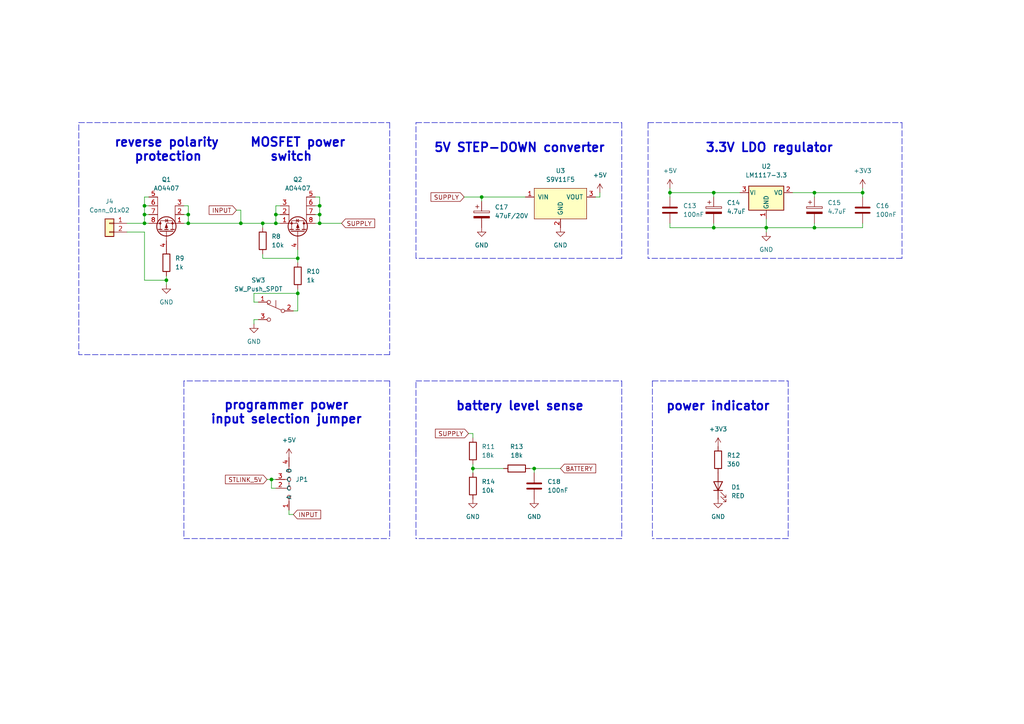
<source format=kicad_sch>
(kicad_sch (version 20211123) (generator eeschema)
  (paper "A4")
  (lib_symbols
    (symbol "Connector_Generic:Conn_01x02" (pin_names (offset 1.016) hide)
      (property "Reference" "J" (at 0 2.54 0))
      (property "Value" "Conn_01x02" (at 0 -5.08 0))
      (symbol "Conn_01x02_1_1"
        (rectangle (start -1.27 -2.413) (end 0 -2.667) (stroke (width 0.1524)))
        (rectangle (start -1.27 0.127) (end 0 -0.127) (stroke (width 0.1524)))
        (rectangle (start -1.27 1.27) (end 1.27 -3.81) (stroke (width 0.254)) (fill (type background)))
        (pin passive line (at -5.08 0 0) (length 3.81) (name "Pin_1") (number "1"))
        (pin passive line (at -5.08 -2.54 0) (length 3.81) (name "Pin_2") (number "2"))
      )
    )
    (symbol "Device:C" (pin_numbers hide) (pin_names (offset 0.254))
      (property "Reference" "C" (at 0.635 2.54 0))
      (property "Value" "C" (at 0.635 -2.54 0))
      (symbol "C_0_1"
        (polyline (pts (xy -2.032 -0.762) (xy 2.032 -0.762)) (stroke (width 0.508)))
        (polyline (pts (xy -2.032 0.762) (xy 2.032 0.762)) (stroke (width 0.508)))
      )
      (symbol "C_1_1"
        (pin passive line (at 0 3.81 270) (length 2.794) (name "~") (number "1"))
        (pin passive line (at 0 -3.81 90) (length 2.794) (name "~") (number "2"))
      )
    )
    (symbol "Device:C_Polarized" (pin_numbers hide) (pin_names (offset 0.254))
      (property "Reference" "C" (at 0.635 2.54 0))
      (property "Value" "C_Polarized" (at 0.635 -2.54 0))
      (symbol "C_Polarized_0_1"
        (rectangle (start -2.286 0.508) (end 2.286 1.016))
        (polyline (pts (xy -1.778 2.286) (xy -0.762 2.286)))
        (polyline (pts (xy -1.27 2.794) (xy -1.27 1.778)))
        (rectangle (start 2.286 -0.508) (end -2.286 -1.016) (fill (type outline)))
      )
      (symbol "C_Polarized_1_1"
        (pin passive line (at 0 3.81 270) (length 2.794) (name "~") (number "1"))
        (pin passive line (at 0 -3.81 90) (length 2.794) (name "~") (number "2"))
      )
    )
    (symbol "Device:LED" (pin_numbers hide) (pin_names (offset 1.016) hide)
      (property "Reference" "D" (at 0 2.54 0))
      (property "Value" "LED" (at 0 -2.54 0))
      (symbol "LED_0_1"
        (polyline (pts (xy -1.27 -1.27) (xy -1.27 1.27)) (stroke (width 0.254)))
        (polyline (pts (xy -1.27 0) (xy 1.27 0)))
        (polyline (pts (xy 1.27 -1.27) (xy 1.27 1.27) (xy -1.27 0) (xy 1.27 -1.27)) (stroke (width 0.254)))
        (polyline (pts (xy -3.048 -0.762) (xy -4.572 -2.286) (xy -3.81 -2.286) (xy -4.572 -2.286) (xy -4.572 -1.524)))
        (polyline (pts (xy -1.778 -0.762) (xy -3.302 -2.286) (xy -2.54 -2.286) (xy -3.302 -2.286) (xy -3.302 -1.524)))
      )
      (symbol "LED_1_1"
        (pin passive line (at -3.81 0 0) (length 2.54) (name "K") (number "1"))
        (pin passive line (at 3.81 0 180) (length 2.54) (name "A") (number "2"))
      )
    )
    (symbol "Device:R" (pin_numbers hide) (pin_names (offset 0))
      (property "Reference" "R" (at 2.032 0 90))
      (property "Value" "R" (at 0 0 90))
      (symbol "R_0_1"
        (rectangle (start -1.016 -2.54) (end 1.016 2.54) (stroke (width 0.254)))
      )
      (symbol "R_1_1"
        (pin passive line (at 0 3.81 270) (length 1.27) (name "~") (number "1"))
        (pin passive line (at 0 -3.81 90) (length 1.27) (name "~") (number "2"))
      )
    )
    (symbol "Regulator_Linear:LM1117-3.3" (pin_names (offset 0.254))
      (property "Reference" "U" (at -3.81 3.175 0))
      (property "Value" "LM1117-3.3" (at 0 3.175 0))
      (symbol "LM1117-3.3_0_1"
        (rectangle (start -5.08 -5.08) (end 5.08 1.905) (stroke (width 0.254)) (fill (type background)))
      )
      (symbol "LM1117-3.3_1_1"
        (pin power_in line (at 0 -7.62 90) (length 2.54) (name "GND") (number "1"))
        (pin power_out line (at 7.62 0 180) (length 2.54) (name "VO") (number "2"))
        (pin power_in line (at -7.62 0 0) (length 2.54) (name "VI") (number "3"))
      )
    )
    (symbol "Sneak100:AO4407" (pin_names (offset 1.016))
      (property "Reference" "Q" (at 12.7 6.35 0))
      (property "Value" "AO4407" (at 12.7 3.81 0))
      (symbol "AO4407_0_1"
        (polyline (pts (xy 0 -2.54) (xy 5.08 -2.54)))
        (polyline (pts (xy 0 2.54) (xy 7.62 2.54)))
      )
      (symbol "AO4407_1_1"
        (circle (center -0.889 0) (radius 2.794) (stroke (width 0.254)))
        (circle (center 0 -1.778) (radius 0.254) (fill (type outline)))
        (polyline (pts (xy -2.286 0) (xy -5.08 0)))
        (polyline (pts (xy -2.286 1.905) (xy -2.286 -1.905)) (stroke (width 0.254)))
        (polyline (pts (xy -1.778 -1.27) (xy -1.778 -2.286)) (stroke (width 0.254)))
        (polyline (pts (xy -1.778 0.508) (xy -1.778 -0.508)) (stroke (width 0.254)))
        (polyline (pts (xy -1.778 2.286) (xy -1.778 1.27)) (stroke (width 0.254)))
        (polyline (pts (xy 0 2.54) (xy 0 1.778)))
        (polyline (pts (xy 0 -2.54) (xy 0 0) (xy -1.778 0)))
        (polyline (pts (xy -1.778 1.778) (xy 0.762 1.778) (xy 0.762 -1.778) (xy -1.778 -1.778)))
        (polyline (pts (xy -0.254 0) (xy -1.27 0.381) (xy -1.27 -0.381) (xy -0.254 0)) (fill (type outline)))
        (polyline (pts (xy 0.254 -0.508) (xy 0.381 -0.381) (xy 1.143 -0.381) (xy 1.27 -0.254)))
        (polyline (pts (xy 0.762 -0.381) (xy 0.381 0.254) (xy 1.143 0.254) (xy 0.762 -0.381)))
        (circle (center 0 1.778) (radius 0.254) (fill (type outline)))
        (pin passive line (at 0 -5.08 90) (length 2.54) (name "~") (number "1"))
        (pin passive line (at 2.54 -5.08 90) (length 2.54) (name "~") (number "2"))
        (pin passive line (at 5.08 -5.08 90) (length 2.54) (name "~") (number "3"))
        (pin passive line (at -7.62 0 0) (length 2.54) (name "~") (number "4"))
        (pin passive line (at 7.62 5.08 270) (length 2.54) (name "~") (number "5"))
        (pin passive line (at 5.08 5.08 270) (length 2.54) (name "~") (number "6"))
        (pin passive line (at 2.54 5.08 270) (length 2.54) (name "~") (number "7"))
        (pin passive line (at 0 5.08 270) (length 2.54) (name "~") (number "8"))
      )
    )
    (symbol "Sneak100:S9V11F5" (pin_names (offset 1.016))
      (property "Reference" "U" (at 0 11.43 0))
      (property "Value" "S9V11F5" (at 0 8.89 0))
      (symbol "S9V11F5_0_1"
        (rectangle (start 7.62 -3.81) (end -7.62 5.08) (fill (type background)))
      )
      (symbol "S9V11F5_1_1"
        (pin power_in line (at -10.16 2.54 0) (length 2.54) (name "VIN") (number "1"))
        (pin power_in line (at 0 -6.35 90) (length 2.54) (name "GND") (number "2"))
        (pin power_out line (at 10.16 2.54 180) (length 2.54) (name "VOUT") (number "3"))
      )
    )
    (symbol "Sneak100:jumper_4"
      (property "Reference" "JP" (at 0 6.35 0))
      (property "Value" "jumper_4" (at 0 3.81 0))
      (symbol "jumper_4_0_0"
        (circle (center -3.81 0) (radius 0.508))
        (circle (center -1.27 0) (radius 0.508))
        (circle (center 1.27 0) (radius 0.508))
        (circle (center 3.81 0) (radius 0.508))
      )
      (symbol "jumper_4_0_1"
        (polyline (pts (xy -5.08 0) (xy -4.318 0)))
        (polyline (pts (xy -1.27 -1.27) (xy -1.27 -0.508)))
        (polyline (pts (xy 0 0) (xy -0.762 0)))
        (polyline (pts (xy 0 0) (xy 0.762 0)))
        (polyline (pts (xy 1.27 -1.27) (xy 1.27 -0.508)))
        (polyline (pts (xy 5.08 0) (xy 4.318 0)))
      )
      (symbol "jumper_4_1_1"
        (pin passive line (at -7.62 0 0) (length 2.54) (name "A") (number "1"))
        (pin passive line (at -1.27 -3.81 90) (length 2.54) (name "C") (number "2"))
        (pin passive line (at 1.27 -3.81 90) (length 2.54) (name "C") (number "3"))
        (pin passive line (at 7.62 0 180) (length 2.54) (name "B") (number "4"))
      )
    )
    (symbol "Switch:SW_Push_SPDT" (pin_names (offset 0) hide)
      (property "Reference" "SW" (at 0 4.318 0))
      (property "Value" "SW_Push_SPDT" (at 0 -5.08 0))
      (symbol "SW_Push_SPDT_0_0"
        (circle (center -2.032 0) (radius 0.508))
        (polyline (pts (xy 0 1.016) (xy 0 3.048)))
        (circle (center 2.032 -2.54) (radius 0.508))
      )
      (symbol "SW_Push_SPDT_0_1"
        (polyline (pts (xy -1.524 0.254) (xy 2.54 2.032)))
        (circle (center 2.032 2.54) (radius 0.508))
      )
      (symbol "SW_Push_SPDT_1_1"
        (pin passive line (at 5.08 2.54 180) (length 2.54) (name "A") (number "1"))
        (pin passive line (at -5.08 0 0) (length 2.54) (name "B") (number "2"))
        (pin passive line (at 5.08 -2.54 180) (length 2.54) (name "C") (number "3"))
      )
    )
    (symbol "power:+3.3V" (power) (pin_names (offset 0))
      (property "Value" "+3.3V" (at 0 3.556 0))
      (symbol "+3.3V_0_1"
        (polyline (pts (xy -0.762 1.27) (xy 0 2.54)))
        (polyline (pts (xy 0 0) (xy 0 2.54)))
        (polyline (pts (xy 0 2.54) (xy 0.762 1.27)))
      )
      (symbol "+3.3V_1_1"
        (pin power_in line (at 0 0 90) (length 0) hide (name "+3V3") (number "1"))
      )
    )
    (symbol "power:+5V" (power) (pin_names (offset 0))
      (property "Value" "+5V" (at 0 3.556 0))
      (symbol "+5V_0_1"
        (polyline (pts (xy -0.762 1.27) (xy 0 2.54)))
        (polyline (pts (xy 0 0) (xy 0 2.54)))
        (polyline (pts (xy 0 2.54) (xy 0.762 1.27)))
      )
      (symbol "+5V_1_1"
        (pin power_in line (at 0 0 90) (length 0) hide (name "+5V") (number "1"))
      )
    )
    (symbol "power:GND" (power) (pin_names (offset 0))
      (property "Value" "GND" (at 0 -3.81 0))
      (symbol "GND_0_1"
        (polyline (pts (xy 0 0) (xy 0 -1.27) (xy 1.27 -1.27) (xy 0 -2.54) (xy -1.27 -1.27) (xy 0 -1.27)))
      )
      (symbol "GND_1_1"
        (pin power_in line (at 0 0 270) (length 0) hide (name "GND") (number "1"))
      )
    )
  )
  (junction (at 54.61 64.77))
  (junction (at 207.01 66.04))
  (junction (at 236.22 55.88))
  (junction (at 154.94 135.89))
  (junction (at 139.7 57.15))
  (junction (at 41.91 59.69))
  (junction (at 137.16 135.89))
  (junction (at 92.71 64.77))
  (junction (at 69.85 64.77))
  (junction (at 80.01 62.23))
  (junction (at 207.01 55.88))
  (junction (at 194.31 55.88))
  (junction (at 250.19 55.88))
  (junction (at 86.36 74.93))
  (junction (at 54.61 62.23))
  (junction (at 86.36 85.09))
  (junction (at 222.25 66.04))
  (junction (at 92.71 62.23))
  (junction (at 78.74 139.065))
  (junction (at 41.91 64.77))
  (junction (at 92.71 59.69))
  (junction (at 236.22 66.04))
  (junction (at 48.26 81.28))
  (junction (at 76.2 64.77))
  (junction (at 80.01 64.77))
  (junction (at 41.91 62.23))
  (wire (pts (xy 137.16 135.89) (xy 146.05 135.89)))
  (wire (pts (xy 194.31 54.61) (xy 194.31 55.88)))
  (wire (pts (xy 53.34 62.23) (xy 54.61 62.23)))
  (wire (pts (xy 222.25 66.04) (xy 222.25 67.31)))
  (polyline (pts (xy 228.6 110.49) (xy 228.6 156.21)))
  (wire (pts (xy 194.31 55.88) (xy 194.31 57.15)))
  (polyline (pts (xy 187.96 35.56) (xy 261.62 35.56)))
  (wire (pts (xy 78.74 141.605) (xy 78.74 139.065)))
  (polyline (pts (xy 180.34 74.93) (xy 120.65 74.93)))
  (wire (pts (xy 134.62 57.15) (xy 139.7 57.15)))
  (wire (pts (xy 53.34 64.77) (xy 54.61 64.77)))
  (wire (pts (xy 80.01 64.77) (xy 80.01 62.23)))
  (wire (pts (xy 207.01 55.88) (xy 207.01 57.15)))
  (wire (pts (xy 222.25 66.04) (xy 222.25 63.5)))
  (wire (pts (xy 76.2 74.93) (xy 86.36 74.93)))
  (wire (pts (xy 41.91 64.77) (xy 43.18 64.77)))
  (wire (pts (xy 53.34 59.69) (xy 54.61 59.69)))
  (wire (pts (xy 80.01 139.065) (xy 78.74 139.065)))
  (wire (pts (xy 154.94 135.89) (xy 154.94 137.16)))
  (polyline (pts (xy 228.6 156.21) (xy 189.23 156.21)))
  (wire (pts (xy 91.44 59.69) (xy 92.71 59.69)))
  (wire (pts (xy 250.19 66.04) (xy 250.19 64.77)))
  (wire (pts (xy 250.19 54.61) (xy 250.19 55.88)))
  (polyline (pts (xy 189.23 110.49) (xy 228.6 110.49)))
  (wire (pts (xy 78.74 139.065) (xy 77.47 139.065)))
  (wire (pts (xy 236.22 66.04) (xy 250.19 66.04)))
  (wire (pts (xy 91.44 57.15) (xy 92.71 57.15)))
  (wire (pts (xy 86.36 74.93) (xy 86.36 76.2)))
  (wire (pts (xy 162.56 135.89) (xy 154.94 135.89)))
  (wire (pts (xy 48.26 81.28) (xy 48.26 82.55)))
  (wire (pts (xy 194.31 64.77) (xy 194.31 66.04)))
  (wire (pts (xy 41.91 59.69) (xy 41.91 57.15)))
  (wire (pts (xy 69.85 60.96) (xy 69.85 64.77)))
  (wire (pts (xy 139.7 57.15) (xy 139.7 58.42)))
  (polyline (pts (xy 113.03 110.49) (xy 113.03 156.21)))
  (wire (pts (xy 85.09 90.17) (xy 86.36 90.17)))
  (wire (pts (xy 86.36 90.17) (xy 86.36 85.09)))
  (polyline (pts (xy 120.65 130.81) (xy 120.65 156.21)))
  (wire (pts (xy 137.16 125.73) (xy 137.16 127)))
  (wire (pts (xy 48.26 81.28) (xy 48.26 80.01)))
  (polyline (pts (xy 261.62 74.93) (xy 187.96 74.93)))
  (wire (pts (xy 76.2 64.77) (xy 76.2 66.04)))
  (wire (pts (xy 92.71 57.15) (xy 92.71 59.69)))
  (wire (pts (xy 91.44 64.77) (xy 92.71 64.77)))
  (wire (pts (xy 68.58 60.96) (xy 69.85 60.96)))
  (wire (pts (xy 236.22 55.88) (xy 250.19 55.88)))
  (wire (pts (xy 135.89 125.73) (xy 137.16 125.73)))
  (polyline (pts (xy 120.65 74.93) (xy 120.65 35.56)))
  (wire (pts (xy 207.01 55.88) (xy 194.31 55.88)))
  (wire (pts (xy 80.01 62.23) (xy 80.01 59.69)))
  (wire (pts (xy 81.28 64.77) (xy 80.01 64.77)))
  (wire (pts (xy 139.7 57.15) (xy 152.4 57.15)))
  (wire (pts (xy 194.31 66.04) (xy 207.01 66.04)))
  (polyline (pts (xy 113.03 35.56) (xy 113.03 102.87)))
  (wire (pts (xy 36.83 67.31) (xy 41.91 67.31)))
  (polyline (pts (xy 53.34 156.21) (xy 113.03 156.21)))
  (wire (pts (xy 86.36 72.39) (xy 86.36 74.93)))
  (wire (pts (xy 250.19 55.88) (xy 250.19 57.15)))
  (wire (pts (xy 80.01 62.23) (xy 81.28 62.23)))
  (wire (pts (xy 76.2 73.66) (xy 76.2 74.93)))
  (wire (pts (xy 69.85 64.77) (xy 76.2 64.77)))
  (wire (pts (xy 36.83 64.77) (xy 41.91 64.77)))
  (wire (pts (xy 236.22 55.88) (xy 236.22 57.15)))
  (polyline (pts (xy 113.03 102.87) (xy 22.86 102.87)))
  (wire (pts (xy 41.91 81.28) (xy 48.26 81.28)))
  (wire (pts (xy 80.01 141.605) (xy 78.74 141.605)))
  (polyline (pts (xy 120.65 130.81) (xy 120.65 110.49)))
  (wire (pts (xy 73.66 85.09) (xy 73.66 87.63)))
  (wire (pts (xy 73.66 87.63) (xy 74.93 87.63)))
  (wire (pts (xy 41.91 59.69) (xy 43.18 59.69)))
  (polyline (pts (xy 180.34 156.21) (xy 120.65 156.21)))
  (wire (pts (xy 41.91 62.23) (xy 41.91 59.69)))
  (polyline (pts (xy 180.34 35.56) (xy 180.34 74.93)))
  (wire (pts (xy 172.72 57.15) (xy 173.99 57.15)))
  (wire (pts (xy 41.91 67.31) (xy 41.91 81.28)))
  (polyline (pts (xy 261.62 35.56) (xy 261.62 74.93)))
  (wire (pts (xy 54.61 62.23) (xy 54.61 64.77)))
  (polyline (pts (xy 187.96 35.56) (xy 187.96 74.93)))
  (wire (pts (xy 207.01 66.04) (xy 222.25 66.04)))
  (wire (pts (xy 83.82 149.225) (xy 83.82 147.955)))
  (wire (pts (xy 41.91 62.23) (xy 43.18 62.23)))
  (wire (pts (xy 222.25 66.04) (xy 236.22 66.04)))
  (polyline (pts (xy 180.34 110.49) (xy 180.34 156.21)))
  (wire (pts (xy 85.09 149.225) (xy 83.82 149.225)))
  (wire (pts (xy 41.91 64.77) (xy 41.91 62.23)))
  (wire (pts (xy 91.44 62.23) (xy 92.71 62.23)))
  (wire (pts (xy 214.63 55.88) (xy 207.01 55.88)))
  (polyline (pts (xy 22.86 58.42) (xy 22.86 102.87)))
  (polyline (pts (xy 189.23 110.49) (xy 189.23 156.21)))
  (polyline (pts (xy 53.34 110.49) (xy 53.34 156.21)))
  (wire (pts (xy 236.22 66.04) (xy 236.22 64.77)))
  (wire (pts (xy 137.16 135.89) (xy 137.16 137.16)))
  (wire (pts (xy 86.36 85.09) (xy 86.36 83.82)))
  (wire (pts (xy 74.93 92.71) (xy 73.66 92.71)))
  (wire (pts (xy 80.01 59.69) (xy 81.28 59.69)))
  (wire (pts (xy 86.36 85.09) (xy 73.66 85.09)))
  (wire (pts (xy 92.71 64.77) (xy 99.06 64.77)))
  (wire (pts (xy 153.67 135.89) (xy 154.94 135.89)))
  (wire (pts (xy 173.99 57.15) (xy 173.99 55.88)))
  (polyline (pts (xy 120.65 110.49) (xy 180.34 110.49)))
  (wire (pts (xy 41.91 57.15) (xy 43.18 57.15)))
  (wire (pts (xy 54.61 64.77) (xy 69.85 64.77)))
  (wire (pts (xy 54.61 59.69) (xy 54.61 62.23)))
  (wire (pts (xy 92.71 59.69) (xy 92.71 62.23)))
  (wire (pts (xy 137.16 134.62) (xy 137.16 135.89)))
  (wire (pts (xy 76.2 64.77) (xy 80.01 64.77)))
  (polyline (pts (xy 22.86 58.42) (xy 22.86 35.56)))
  (polyline (pts (xy 22.86 35.56) (xy 113.03 35.56)))
  (polyline (pts (xy 113.03 110.49) (xy 53.34 110.49)))
  (wire (pts (xy 229.87 55.88) (xy 236.22 55.88)))
  (wire (pts (xy 207.01 66.04) (xy 207.01 64.77)))
  (polyline (pts (xy 120.65 35.56) (xy 180.34 35.56)))
  (wire (pts (xy 92.71 62.23) (xy 92.71 64.77)))
  (wire (pts (xy 73.66 92.71) (xy 73.66 93.98)))
  (text "battery level sense" (at 132.08 119.38 0) (effects (font (size 2.54 2.54) (thickness 0.508) bold) (justify left bottom)))
  (text "MOSFET power\n   switch" (at 72.39 46.99 0) (effects (font (size 2.54 2.54) (thickness 0.508) bold) (justify left bottom)))
  (text "5V STEP-DOWN converter" (at 125.73 44.45 0) (effects (font (size 2.54 2.54) (thickness 0.508) bold) (justify left bottom)))
  (text "  programmer power\ninput selection jumper" (at 60.96 123.19 0) (effects (font (size 2.54 2.54) (thickness 0.508) bold) (justify left bottom)))
  (text "reverse polarity\n   protection" (at 33.02 46.99 0) (effects (font (size 2.54 2.54) (thickness 0.508) bold) (justify left bottom)))
  (text "power indicator" (at 193.04 119.38 0) (effects (font (size 2.54 2.54) (thickness 0.508) bold) (justify left bottom)))
  (text "3.3V LDO regulator" (at 204.47 44.45 0) (effects (font (size 2.54 2.54) (thickness 0.508) bold) (justify left bottom)))
  (global_label "STLINK_5V" (shape input) (at 77.47 139.065 180) (property "Intersheet References" "${INTERSHEET_REFS}" (effects hide)))
  (global_label "BATTERY" (shape input) (at 162.56 135.89 0) (property "Intersheet References" "${INTERSHEET_REFS}" (effects hide)))
  (global_label "INPUT" (shape input) (at 68.58 60.96 180) (property "Intersheet References" "${INTERSHEET_REFS}" (effects hide)))
  (global_label "SUPPLY" (shape input) (at 99.06 64.77 0) (property "Intersheet References" "${INTERSHEET_REFS}" (effects hide)))
  (global_label "SUPPLY" (shape input) (at 135.89 125.73 180) (property "Intersheet References" "${INTERSHEET_REFS}" (effects hide)))
  (global_label "INPUT" (shape input) (at 85.09 149.225 0) (property "Intersheet References" "${INTERSHEET_REFS}" (effects hide)))
  (global_label "SUPPLY" (shape input) (at 134.62 57.15 180) (property "Intersheet References" "${INTERSHEET_REFS}" (effects hide)))
  (symbol (lib_id "Sneak100:S9V11F5") (at 162.56 59.69 0) (unit 1)
    (property "Reference" "U3" (at 162.56 49.53 0))
    (property "Value" "S9V11F5" (at 162.56 52.07 0))
  )
  (symbol (lib_id "power:GND") (at 48.26 82.55 0) (unit 1)
    (property "Reference" "#PWR028" (effects hide))
    (property "Value" "GND" (at 48.26 87.63 0))
  )
  (symbol (lib_id "Device:LED") (at 208.28 140.97 90) (unit 1)
    (property "Reference" "D1" (at 212.09 141.2874 90) (effects (justify right)))
    (property "Value" "RED" (at 212.09 143.8274 90) (effects (justify right)))
  )
  (symbol (lib_id "Device:R") (at 149.86 135.89 90) (unit 1)
    (property "Reference" "R13" (at 149.86 129.54 90))
    (property "Value" "18k" (at 149.86 132.08 90))
  )
  (symbol (lib_id "Device:C_Polarized") (at 236.22 60.96 0) (unit 1)
    (property "Reference" "C15" (at 240.03 58.8009 0) (effects (justify left)))
    (property "Value" "4.7uF" (at 240.03 61.3409 0) (effects (justify left)))
  )
  (symbol (lib_id "Switch:SW_Push_SPDT") (at 80.01 90.17 0) (mirror y) (unit 1)
    (property "Reference" "SW3" (at 74.93 81.28 0))
    (property "Value" "SW_Push_SPDT" (at 74.93 83.82 0))
  )
  (symbol (lib_id "power:GND") (at 208.28 144.78 0) (unit 1)
    (property "Reference" "#PWR034" (effects hide))
    (property "Value" "GND" (at 208.28 149.86 0))
  )
  (symbol (lib_id "power:+3.3V") (at 250.19 54.61 0) (unit 1)
    (property "Reference" "#PWR023" (effects hide))
    (property "Value" "+3.3V" (at 250.19 49.53 0))
  )
  (symbol (lib_id "Device:C") (at 194.31 60.96 0) (unit 1)
    (property "Reference" "C13" (at 198.12 59.6899 0) (effects (justify left)))
    (property "Value" "100nF" (at 198.12 62.2299 0) (effects (justify left)))
  )
  (symbol (lib_id "power:+3.3V") (at 208.28 129.54 0) (unit 1)
    (property "Reference" "#PWR030" (effects hide))
    (property "Value" "+3.3V" (at 208.28 124.46 0))
  )
  (symbol (lib_id "power:+5V") (at 173.99 55.88 0) (unit 1)
    (property "Reference" "#PWR024" (effects hide))
    (property "Value" "+5V" (at 173.99 50.8 0))
  )
  (symbol (lib_id "power:GND") (at 154.94 144.78 0) (unit 1)
    (property "Reference" "#PWR033" (effects hide))
    (property "Value" "GND" (at 154.94 149.86 0))
  )
  (symbol (lib_id "power:GND") (at 73.66 93.98 0) (unit 1)
    (property "Reference" "#PWR029" (effects hide))
    (property "Value" "GND" (at 73.66 99.06 0))
  )
  (symbol (lib_id "Device:R") (at 86.36 80.01 0) (unit 1)
    (property "Reference" "R10" (at 88.9 78.7399 0) (effects (justify left)))
    (property "Value" "1k" (at 88.9 81.2799 0) (effects (justify left)))
  )
  (symbol (lib_id "Connector_Generic:Conn_01x02") (at 31.75 64.77 0) (mirror y) (unit 1)
    (property "Reference" "J4" (at 31.75 58.42 0))
    (property "Value" "Conn_01x02" (at 31.75 60.96 0))
  )
  (symbol (lib_id "Device:R") (at 76.2 69.85 0) (unit 1)
    (property "Reference" "R8" (at 78.74 68.5799 0) (effects (justify left)))
    (property "Value" "10k" (at 78.74 71.1199 0) (effects (justify left)))
  )
  (symbol (lib_id "power:GND") (at 139.7 66.04 0) (unit 1)
    (property "Reference" "#PWR025" (effects hide))
    (property "Value" "GND" (at 139.7 71.12 0))
  )
  (symbol (lib_id "Device:R") (at 208.28 133.35 0) (unit 1)
    (property "Reference" "R12" (at 210.82 132.0799 0) (effects (justify left)))
    (property "Value" "360" (at 210.82 134.6199 0) (effects (justify left)))
  )
  (symbol (lib_id "Sneak100:AO4407") (at 86.36 64.77 270) (mirror x) (unit 1)
    (property "Reference" "Q2" (at 86.36 52.07 90))
    (property "Value" "AO4407" (at 86.36 54.61 90))
  )
  (symbol (lib_id "Sneak100:AO4407") (at 48.26 64.77 90) (unit 1)
    (property "Reference" "Q1" (at 48.26 52.07 90))
    (property "Value" "AO4407" (at 48.26 54.61 90))
  )
  (symbol (lib_id "Device:C_Polarized") (at 207.01 60.96 0) (unit 1)
    (property "Reference" "C14" (at 210.82 58.8009 0) (effects (justify left)))
    (property "Value" "4.7uF" (at 210.82 61.3409 0) (effects (justify left)))
  )
  (symbol (lib_id "power:GND") (at 137.16 144.78 0) (unit 1)
    (property "Reference" "#PWR032" (effects hide))
    (property "Value" "GND" (at 137.16 149.86 0))
  )
  (symbol (lib_id "Device:R") (at 48.26 76.2 0) (unit 1)
    (property "Reference" "R9" (at 50.8 74.9299 0) (effects (justify left)))
    (property "Value" "1k" (at 50.8 77.4699 0) (effects (justify left)))
  )
  (symbol (lib_id "Device:R") (at 137.16 130.81 0) (unit 1)
    (property "Reference" "R11" (at 139.7 129.5399 0) (effects (justify left)))
    (property "Value" "18k" (at 139.7 132.0799 0) (effects (justify left)))
  )
  (symbol (lib_id "Regulator_Linear:LM1117-3.3") (at 222.25 55.88 0) (unit 1)
    (property "Reference" "U2" (at 222.25 48.26 0))
    (property "Value" "LM1117-3.3" (at 222.25 50.8 0))
    (property "Datasheet" "http://www.ti.com/lit/ds/symlink/lm1117.pdf" (effects hide))
  )
  (symbol (lib_id "Device:R") (at 137.16 140.97 0) (unit 1)
    (property "Reference" "R14" (at 139.7 139.6999 0) (effects (justify left)))
    (property "Value" "10k" (at 139.7 142.2399 0) (effects (justify left)))
  )
  (symbol (lib_id "Device:C") (at 250.19 60.96 0) (unit 1)
    (property "Reference" "C16" (at 254 59.6899 0) (effects (justify left)))
    (property "Value" "100nF" (at 254 62.2299 0) (effects (justify left)))
  )
  (symbol (lib_id "power:GND") (at 222.25 67.31 0) (unit 1)
    (property "Reference" "#PWR027" (effects hide))
    (property "Value" "GND" (at 222.25 72.39 0))
  )
  (symbol (lib_id "power:+5V") (at 194.31 54.61 0) (unit 1)
    (property "Reference" "#PWR022" (effects hide))
    (property "Value" "+5V" (at 194.31 49.53 0))
  )
  (symbol (lib_id "Sneak100:jumper_4") (at 83.82 140.335 270) (mirror x) (unit 1)
    (property "Reference" "JP1" (at 85.725 139.0649 90) (effects (justify left)))
  )
  (symbol (lib_id "Device:C_Polarized") (at 139.7 62.23 0) (unit 1)
    (property "Reference" "C17" (at 143.51 60.0709 0) (effects (justify left)))
    (property "Value" "47uF/20V" (at 143.51 62.6109 0) (effects (justify left)))
  )
  (symbol (lib_id "power:GND") (at 162.56 66.04 0) (unit 1)
    (property "Reference" "#PWR026" (effects hide))
    (property "Value" "GND" (at 162.56 71.12 0))
  )
  (symbol (lib_id "Device:C") (at 154.94 140.97 0) (unit 1)
    (property "Reference" "C18" (at 158.75 139.6999 0) (effects (justify left)))
    (property "Value" "100nF" (at 158.75 142.2399 0) (effects (justify left)))
  )
  (symbol (lib_id "power:+5V") (at 83.82 132.715 0) (mirror y) (unit 1)
    (property "Reference" "#PWR031" (effects hide))
    (property "Value" "+5V" (at 83.82 127.635 0))
  )
)
</source>
